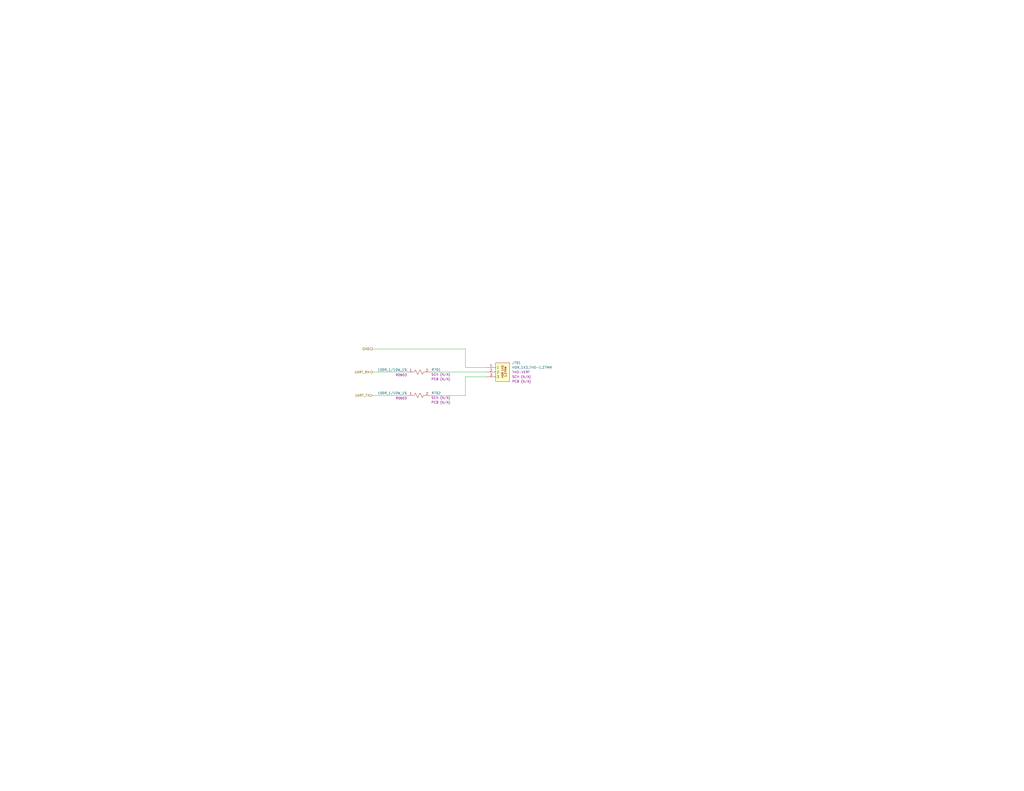
<source format=kicad_sch>
(kicad_sch (version 20231120) (generator "eeschema") (generator_version "8.0")
  (paper "C")
  (title_block (comment 2 "DRAFT"))
  (lib_symbols
    (symbol "_SCHLIB_Qcopter:CONN_HDR_1X3_VERT_THD-1.27MM"
      (property "Reference" "J" (at 3.556 4.064 0))
      (property "Value" "HDR_1X3_THD-1.27MM" (at 3.81 6.604 0))
      (property "Package" "THD-VERT" (at 3.556 33.782 0))
      (property "SCH CHECK" "SCH (N/A)" (at 3.556 28.702 0))
      (property "PCB CHECK" "PCB (N/A)" (at 3.556 31.242 0))
      (symbol "CONN_HDR_1X3_VERT_THD-1.27MM_1_1"
        (rectangle (start 5.08 0) (end 12.7 -10.16) (fill (type background)))
        (text "HDR 1X3\n1.27MM" (at 9.652 -4.826 900) (effects (font (size 1.016 1.016))))
        (pin passive line (at 0 -2.54 0) (length 5.08) (name "1") (number "1"))
        (pin passive line (at 0 -5.08 0) (length 5.08) (name "2") (number "2"))
        (pin passive line (at 0 -7.62 0) (length 5.08) (name "3") (number "3"))
      )
    )
    (symbol "_SCHLIB_Qcopter:RES_100R_1/10W_1%_R0603"
      (property "Reference" "R" (at 3.556 4.064 0))
      (property "Value" "100R_1/10W_1%" (at 3.556 6.604 0))
      (property "Package" "R0603" (at 3.81 35.306 0))
      (property "SCH CHECK" "SCH (N/A)" (at 3.81 29.972 0))
      (property "PCB CHECK" "PCB (N/A)" (at 3.81 32.512 0))
      (symbol "RES_100R_1/10W_1%_R0603_0_0"
        (polyline (pts (xy 3.81 0) (xy 4.445 1.27) (xy 5.715 -1.27) (xy 6.985 1.27) (xy 8.255 -1.27) (xy 8.89 0)))
      )
      (symbol "RES_100R_1/10W_1%_R0603_1_1"
        (pin passive line (at 0 0 0) (length 3.81) (name "") (number "1"))
        (pin passive line (at 12.7 0 180) (length 3.81) (name "") (number "2"))
      )
    )
  )
  (wire (pts (xy 203.2 190.5) (xy 254 190.5)))
  (wire (pts (xy 254 215.9) (xy 254 205.74)))
  (wire (pts (xy 254 205.74) (xy 265.43 205.74)))
  (wire (pts (xy 254 200.66) (xy 265.43 200.66)))
  (wire (pts (xy 234.95 203.2) (xy 265.43 203.2)))
  (wire (pts (xy 254 190.5) (xy 254 200.66)))
  (wire (pts (xy 234.95 215.9) (xy 254 215.9)))
  (wire (pts (xy 203.2 215.9) (xy 222.25 215.9)))
  (wire (pts (xy 203.2 203.2) (xy 222.25 203.2)))
  (hierarchical_label "GND" (shape passive) (at 203.2 190.5 180))
  (hierarchical_label "UART_TX" (shape input) (at 203.2 215.9 180))
  (hierarchical_label "UART_RX" (shape output) (at 203.2 203.2 180))
  (symbol (lib_id "_SCHLIB_Qcopter:CONN_HDR_1X3_VERT_THD-1.27MM") (at 265.43 198.12 0) (unit 1)
    (property "Reference" "J701" (at 279.4 198.1199 0) (effects (justify left)))
    (property "Value" "HDR_1X3_THD-1.27MM" (at 279.4 200.6599 0) (effects (justify left)))
    (property "Footprint" "Connector_PinHeader_1.27mm:PinHeader_1x03_P1.27mm_Vertical" (effects (hide yes)))
    (property "Datasheet" "https://app.adam-tech.com/products/download/data_sheet/199953/hph1-b-xx-ua-data-sheet.pdf" (effects (hide yes)))
    (property "Description" "Connector Header Through Hole 3 position 0.050\" (1.27mm)" (effects (hide yes)))
    (property "Package" "THD-VERT" (at 279.4 203.1999 0) (effects (justify left)))
    (property "Part Number (Manufacturer)" "HPH1-B-03-UA" (effects (hide yes)))
    (property "Manufacturer" "Adam Tech" (effects (hide yes)))
    (property "Part Number (Vendor)" "2057-HPH1-B-03-UA-ND" (effects (hide yes)))
    (property "Vendor" "Digikey" (effects (hide yes)))
    (property "Purchase Link" "https://www.digikey.ca/en/products/detail/adam-tech/HPH1-B-03-UA/9831285" (effects (hide yes)))
    (property "SCH CHECK" "SCH (N/A)" (at 279.4 205.7399 0) (effects (justify left)))
    (property "PCB CHECK" "PCB (N/A)" (at 279.4 208.2799 0) (effects (justify left)))
  )
  (symbol (lib_id "_SCHLIB_Qcopter:RES_100R_1/10W_1%_R0603") (at 222.25 203.2 0) (unit 1)
    (property "Reference" "R701" (at 237.998 201.93 0))
    (property "Value" "100R_1/10W_1%" (at 214.122 201.93 0))
    (property "Footprint" "Resistor_SMD:R_0603_1608Metric" (effects (hide yes)))
    (property "Datasheet" "https://www.seielect.com/catalog/sei-rmcf_rmcp.pdf" (effects (hide yes)))
    (property "Description" "100 Ohms ±1% 0.1W, 1/10W Chip Resistor 0603 (1608 Metric) Automotive AEC-Q200 Thick Film" (effects (hide yes)))
    (property "Package" "R0603" (at 218.948 204.724 0))
    (property "Part Number (Manufacturer)" "RMCF0603FT100R" (effects (hide yes)))
    (property "Manufacturer" "Stackpole Electronics Inc" (effects (hide yes)))
    (property "Part Number (Vendor)" "RMCF0603FT100RTR-ND" (effects (hide yes)))
    (property "Vendor" "Digikey" (effects (hide yes)))
    (property "Purchase Link" "https://www.digikey.ca/en/products/detail/stackpole-electronics-inc/RMCF0603FT100R/1761113" (effects (hide yes)))
    (property "SCH CHECK" "SCH (N/A)" (at 240.538 204.47 0))
    (property "PCB CHECK" "PCB (N/A)" (at 240.538 207.01 0))
  )
  (symbol (lib_id "_SCHLIB_Qcopter:RES_100R_1/10W_1%_R0603") (at 222.25 215.9 0) (unit 1)
    (property "Reference" "R702" (at 237.998 214.63 0))
    (property "Value" "100R_1/10W_1%" (at 214.122 214.63 0))
    (property "Footprint" "Resistor_SMD:R_0603_1608Metric" (effects (hide yes)))
    (property "Datasheet" "https://www.seielect.com/catalog/sei-rmcf_rmcp.pdf" (effects (hide yes)))
    (property "Description" "100 Ohms ±1% 0.1W, 1/10W Chip Resistor 0603 (1608 Metric) Automotive AEC-Q200 Thick Film" (effects (hide yes)))
    (property "Package" "R0603" (at 218.948 217.424 0))
    (property "Part Number (Manufacturer)" "RMCF0603FT100R" (effects (hide yes)))
    (property "Manufacturer" "Stackpole Electronics Inc" (effects (hide yes)))
    (property "Part Number (Vendor)" "RMCF0603FT100RTR-ND" (effects (hide yes)))
    (property "Vendor" "Digikey" (effects (hide yes)))
    (property "Purchase Link" "https://www.digikey.ca/en/products/detail/stackpole-electronics-inc/RMCF0603FT100R/1761113" (effects (hide yes)))
    (property "SCH CHECK" "SCH (N/A)" (at 240.538 217.17 0))
    (property "PCB CHECK" "PCB (N/A)" (at 240.538 219.71 0))
  )
)
</source>
